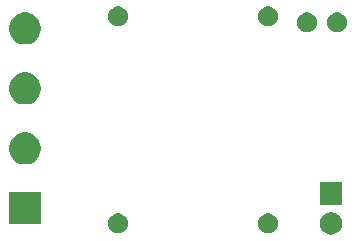
<source format=gbr>
G04 #@! TF.GenerationSoftware,KiCad,Pcbnew,(5.1.5-0-10_14)*
G04 #@! TF.CreationDate,2021-06-11T11:39:42+02:00*
G04 #@! TF.ProjectId,ldr_led_platine,6c64725f-6c65-4645-9f70-6c6174696e65,rev?*
G04 #@! TF.SameCoordinates,Original*
G04 #@! TF.FileFunction,Soldermask,Bot*
G04 #@! TF.FilePolarity,Negative*
%FSLAX46Y46*%
G04 Gerber Fmt 4.6, Leading zero omitted, Abs format (unit mm)*
G04 Created by KiCad (PCBNEW (5.1.5-0-10_14)) date 2021-06-11 11:39:42*
%MOMM*%
%LPD*%
G04 APERTURE LIST*
%ADD10C,0.100000*%
G04 APERTURE END LIST*
D10*
G36*
X154201395Y-81127546D02*
G01*
X154374466Y-81199234D01*
X154374467Y-81199235D01*
X154530227Y-81303310D01*
X154662690Y-81435773D01*
X154705284Y-81499520D01*
X154766766Y-81591534D01*
X154838454Y-81764605D01*
X154875000Y-81948333D01*
X154875000Y-82135667D01*
X154838454Y-82319395D01*
X154766766Y-82492466D01*
X154766765Y-82492467D01*
X154662690Y-82648227D01*
X154530227Y-82780690D01*
X154507092Y-82796148D01*
X154374466Y-82884766D01*
X154201395Y-82956454D01*
X154017667Y-82993000D01*
X153830333Y-82993000D01*
X153646605Y-82956454D01*
X153473534Y-82884766D01*
X153340908Y-82796148D01*
X153317773Y-82780690D01*
X153185310Y-82648227D01*
X153081235Y-82492467D01*
X153081234Y-82492466D01*
X153009546Y-82319395D01*
X152973000Y-82135667D01*
X152973000Y-81948333D01*
X153009546Y-81764605D01*
X153081234Y-81591534D01*
X153142716Y-81499520D01*
X153185310Y-81435773D01*
X153317773Y-81303310D01*
X153473533Y-81199235D01*
X153473534Y-81199234D01*
X153646605Y-81127546D01*
X153830333Y-81091000D01*
X154017667Y-81091000D01*
X154201395Y-81127546D01*
G37*
G36*
X148838228Y-81223703D02*
G01*
X148993100Y-81287853D01*
X149132481Y-81380985D01*
X149251015Y-81499519D01*
X149344147Y-81638900D01*
X149408297Y-81793772D01*
X149441000Y-81958184D01*
X149441000Y-82125816D01*
X149408297Y-82290228D01*
X149344147Y-82445100D01*
X149251015Y-82584481D01*
X149132481Y-82703015D01*
X148993100Y-82796147D01*
X148838228Y-82860297D01*
X148673816Y-82893000D01*
X148506184Y-82893000D01*
X148341772Y-82860297D01*
X148186900Y-82796147D01*
X148047519Y-82703015D01*
X147928985Y-82584481D01*
X147835853Y-82445100D01*
X147771703Y-82290228D01*
X147739000Y-82125816D01*
X147739000Y-81958184D01*
X147771703Y-81793772D01*
X147835853Y-81638900D01*
X147928985Y-81499519D01*
X148047519Y-81380985D01*
X148186900Y-81287853D01*
X148341772Y-81223703D01*
X148506184Y-81191000D01*
X148673816Y-81191000D01*
X148838228Y-81223703D01*
G37*
G36*
X136138228Y-81223703D02*
G01*
X136293100Y-81287853D01*
X136432481Y-81380985D01*
X136551015Y-81499519D01*
X136644147Y-81638900D01*
X136708297Y-81793772D01*
X136741000Y-81958184D01*
X136741000Y-82125816D01*
X136708297Y-82290228D01*
X136644147Y-82445100D01*
X136551015Y-82584481D01*
X136432481Y-82703015D01*
X136293100Y-82796147D01*
X136138228Y-82860297D01*
X135973816Y-82893000D01*
X135806184Y-82893000D01*
X135641772Y-82860297D01*
X135486900Y-82796147D01*
X135347519Y-82703015D01*
X135228985Y-82584481D01*
X135135853Y-82445100D01*
X135071703Y-82290228D01*
X135039000Y-82125816D01*
X135039000Y-81958184D01*
X135071703Y-81793772D01*
X135135853Y-81638900D01*
X135228985Y-81499519D01*
X135347519Y-81380985D01*
X135486900Y-81287853D01*
X135641772Y-81223703D01*
X135806184Y-81191000D01*
X135973816Y-81191000D01*
X136138228Y-81223703D01*
G37*
G36*
X129367000Y-82123000D02*
G01*
X126665000Y-82123000D01*
X126665000Y-79421000D01*
X129367000Y-79421000D01*
X129367000Y-82123000D01*
G37*
G36*
X154875000Y-80453000D02*
G01*
X152973000Y-80453000D01*
X152973000Y-78551000D01*
X154875000Y-78551000D01*
X154875000Y-80453000D01*
G37*
G36*
X128410072Y-74392918D02*
G01*
X128655939Y-74494759D01*
X128877212Y-74642610D01*
X129065390Y-74830788D01*
X129213241Y-75052061D01*
X129315082Y-75297928D01*
X129367000Y-75558938D01*
X129367000Y-75825062D01*
X129315082Y-76086072D01*
X129213241Y-76331939D01*
X129065390Y-76553212D01*
X128877212Y-76741390D01*
X128655939Y-76889241D01*
X128655938Y-76889242D01*
X128655937Y-76889242D01*
X128410072Y-76991082D01*
X128149063Y-77043000D01*
X127882937Y-77043000D01*
X127621928Y-76991082D01*
X127376063Y-76889242D01*
X127376062Y-76889242D01*
X127376061Y-76889241D01*
X127154788Y-76741390D01*
X126966610Y-76553212D01*
X126818759Y-76331939D01*
X126716918Y-76086072D01*
X126665000Y-75825062D01*
X126665000Y-75558938D01*
X126716918Y-75297928D01*
X126818759Y-75052061D01*
X126966610Y-74830788D01*
X127154788Y-74642610D01*
X127376061Y-74494759D01*
X127621928Y-74392918D01*
X127882937Y-74341000D01*
X128149063Y-74341000D01*
X128410072Y-74392918D01*
G37*
G36*
X128410072Y-69312918D02*
G01*
X128655939Y-69414759D01*
X128877212Y-69562610D01*
X129065390Y-69750788D01*
X129213241Y-69972061D01*
X129315082Y-70217928D01*
X129367000Y-70478938D01*
X129367000Y-70745062D01*
X129315082Y-71006072D01*
X129213241Y-71251939D01*
X129065390Y-71473212D01*
X128877212Y-71661390D01*
X128655939Y-71809241D01*
X128655938Y-71809242D01*
X128655937Y-71809242D01*
X128410072Y-71911082D01*
X128149063Y-71963000D01*
X127882937Y-71963000D01*
X127621928Y-71911082D01*
X127376063Y-71809242D01*
X127376062Y-71809242D01*
X127376061Y-71809241D01*
X127154788Y-71661390D01*
X126966610Y-71473212D01*
X126818759Y-71251939D01*
X126716918Y-71006072D01*
X126665000Y-70745062D01*
X126665000Y-70478938D01*
X126716918Y-70217928D01*
X126818759Y-69972061D01*
X126966610Y-69750788D01*
X127154788Y-69562610D01*
X127376061Y-69414759D01*
X127621928Y-69312918D01*
X127882937Y-69261000D01*
X128149063Y-69261000D01*
X128410072Y-69312918D01*
G37*
G36*
X128410072Y-64232918D02*
G01*
X128499242Y-64269853D01*
X128655939Y-64334759D01*
X128698182Y-64362985D01*
X128875580Y-64481519D01*
X128877212Y-64482610D01*
X129065390Y-64670788D01*
X129213241Y-64892061D01*
X129315082Y-65137928D01*
X129367000Y-65398938D01*
X129367000Y-65665062D01*
X129315082Y-65926072D01*
X129213241Y-66171939D01*
X129065390Y-66393212D01*
X128877212Y-66581390D01*
X128655939Y-66729241D01*
X128655938Y-66729242D01*
X128655937Y-66729242D01*
X128410072Y-66831082D01*
X128149063Y-66883000D01*
X127882937Y-66883000D01*
X127621928Y-66831082D01*
X127376063Y-66729242D01*
X127376062Y-66729242D01*
X127376061Y-66729241D01*
X127154788Y-66581390D01*
X126966610Y-66393212D01*
X126818759Y-66171939D01*
X126716918Y-65926072D01*
X126665000Y-65665062D01*
X126665000Y-65398938D01*
X126716918Y-65137928D01*
X126818759Y-64892061D01*
X126966610Y-64670788D01*
X127154788Y-64482610D01*
X127156421Y-64481519D01*
X127333818Y-64362985D01*
X127376061Y-64334759D01*
X127532759Y-64269853D01*
X127621928Y-64232918D01*
X127882937Y-64181000D01*
X128149063Y-64181000D01*
X128410072Y-64232918D01*
G37*
G36*
X154680228Y-64205703D02*
G01*
X154835100Y-64269853D01*
X154974481Y-64362985D01*
X155093015Y-64481519D01*
X155186147Y-64620900D01*
X155250297Y-64775772D01*
X155283000Y-64940184D01*
X155283000Y-65107816D01*
X155250297Y-65272228D01*
X155186147Y-65427100D01*
X155093015Y-65566481D01*
X154974481Y-65685015D01*
X154835100Y-65778147D01*
X154680228Y-65842297D01*
X154515816Y-65875000D01*
X154348184Y-65875000D01*
X154183772Y-65842297D01*
X154028900Y-65778147D01*
X153889519Y-65685015D01*
X153770985Y-65566481D01*
X153677853Y-65427100D01*
X153613703Y-65272228D01*
X153581000Y-65107816D01*
X153581000Y-64940184D01*
X153613703Y-64775772D01*
X153677853Y-64620900D01*
X153770985Y-64481519D01*
X153889519Y-64362985D01*
X154028900Y-64269853D01*
X154183772Y-64205703D01*
X154348184Y-64173000D01*
X154515816Y-64173000D01*
X154680228Y-64205703D01*
G37*
G36*
X152140228Y-64205703D02*
G01*
X152295100Y-64269853D01*
X152434481Y-64362985D01*
X152553015Y-64481519D01*
X152646147Y-64620900D01*
X152710297Y-64775772D01*
X152743000Y-64940184D01*
X152743000Y-65107816D01*
X152710297Y-65272228D01*
X152646147Y-65427100D01*
X152553015Y-65566481D01*
X152434481Y-65685015D01*
X152295100Y-65778147D01*
X152140228Y-65842297D01*
X151975816Y-65875000D01*
X151808184Y-65875000D01*
X151643772Y-65842297D01*
X151488900Y-65778147D01*
X151349519Y-65685015D01*
X151230985Y-65566481D01*
X151137853Y-65427100D01*
X151073703Y-65272228D01*
X151041000Y-65107816D01*
X151041000Y-64940184D01*
X151073703Y-64775772D01*
X151137853Y-64620900D01*
X151230985Y-64481519D01*
X151349519Y-64362985D01*
X151488900Y-64269853D01*
X151643772Y-64205703D01*
X151808184Y-64173000D01*
X151975816Y-64173000D01*
X152140228Y-64205703D01*
G37*
G36*
X148838228Y-63697703D02*
G01*
X148993100Y-63761853D01*
X149132481Y-63854985D01*
X149251015Y-63973519D01*
X149344147Y-64112900D01*
X149408297Y-64267772D01*
X149441000Y-64432184D01*
X149441000Y-64599816D01*
X149408297Y-64764228D01*
X149344147Y-64919100D01*
X149251015Y-65058481D01*
X149132481Y-65177015D01*
X148993100Y-65270147D01*
X148838228Y-65334297D01*
X148673816Y-65367000D01*
X148506184Y-65367000D01*
X148341772Y-65334297D01*
X148186900Y-65270147D01*
X148047519Y-65177015D01*
X147928985Y-65058481D01*
X147835853Y-64919100D01*
X147771703Y-64764228D01*
X147739000Y-64599816D01*
X147739000Y-64432184D01*
X147771703Y-64267772D01*
X147835853Y-64112900D01*
X147928985Y-63973519D01*
X148047519Y-63854985D01*
X148186900Y-63761853D01*
X148341772Y-63697703D01*
X148506184Y-63665000D01*
X148673816Y-63665000D01*
X148838228Y-63697703D01*
G37*
G36*
X136138228Y-63697703D02*
G01*
X136293100Y-63761853D01*
X136432481Y-63854985D01*
X136551015Y-63973519D01*
X136644147Y-64112900D01*
X136708297Y-64267772D01*
X136741000Y-64432184D01*
X136741000Y-64599816D01*
X136708297Y-64764228D01*
X136644147Y-64919100D01*
X136551015Y-65058481D01*
X136432481Y-65177015D01*
X136293100Y-65270147D01*
X136138228Y-65334297D01*
X135973816Y-65367000D01*
X135806184Y-65367000D01*
X135641772Y-65334297D01*
X135486900Y-65270147D01*
X135347519Y-65177015D01*
X135228985Y-65058481D01*
X135135853Y-64919100D01*
X135071703Y-64764228D01*
X135039000Y-64599816D01*
X135039000Y-64432184D01*
X135071703Y-64267772D01*
X135135853Y-64112900D01*
X135228985Y-63973519D01*
X135347519Y-63854985D01*
X135486900Y-63761853D01*
X135641772Y-63697703D01*
X135806184Y-63665000D01*
X135973816Y-63665000D01*
X136138228Y-63697703D01*
G37*
M02*

</source>
